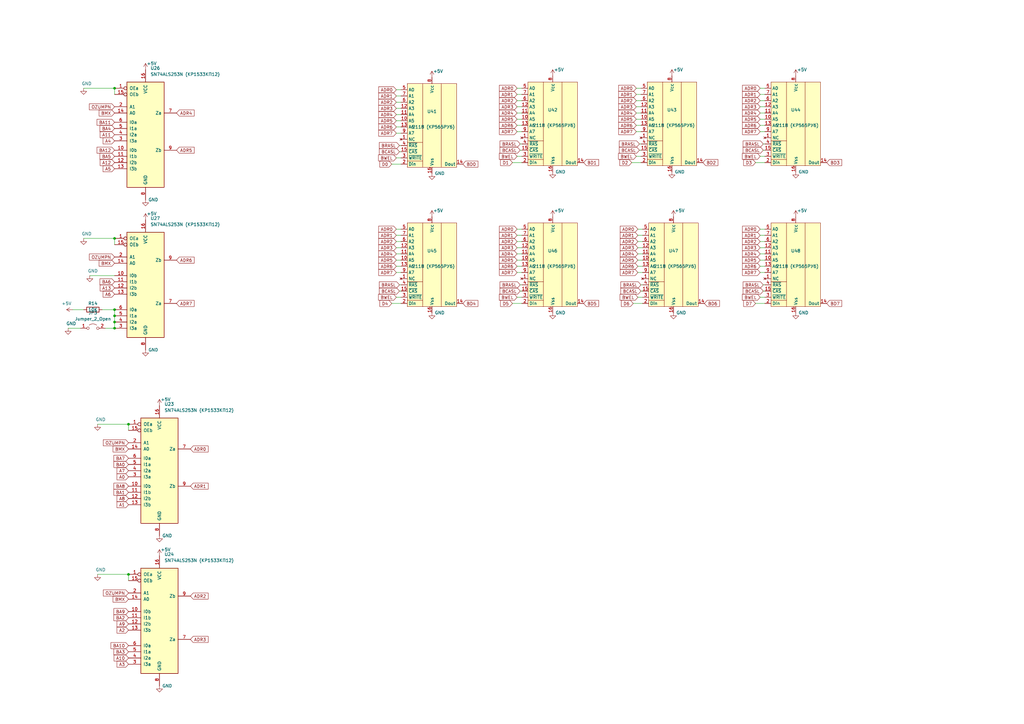
<source format=kicad_sch>
(kicad_sch (version 20211123) (generator eeschema)
  (paper "A3")
  (title_block (comment 2 "Евстафьев"))
  (lib_symbols
    (symbol "74LS253_1" (pin_names (offset 1.016))
      (property "Reference" "U26" (at 2.0194 26.035 0))
      (property "Value" "74LS253_1" (at 2.0194 23.495 0))
      (symbol "74LS253_1_1_0"
        (pin input inverted (at -12.7 17.78 0) (length 5.08) (name "OEa") (number "1"))
        (pin input line (at -12.7 -7.62 0) (length 5.08) (name "I0b") (number "10"))
        (pin input line (at -12.7 -10.16 0) (length 5.08) (name "I1b") (number "11"))
        (pin input line (at -12.7 -12.7 0) (length 5.08) (name "I2b") (number "12"))
        (pin input line (at -12.7 -15.24 0) (length 5.08) (name "I3b") (number "13"))
        (pin input line (at -12.7 7.62 0) (length 5.08) (name "A0") (number "14"))
        (pin input inverted (at -12.7 15.24 0) (length 5.08) (name "OEb") (number "15"))
        (pin power_in line (at 0 25.4 270) (length 5.08) (name "VCC") (number "16"))
        (pin input line (at -12.7 10.16 0) (length 5.08) (name "A1") (number "2"))
        (pin input line (at -12.7 -3.81 0) (length 5.08) (name "I3a") (number "3"))
        (pin input line (at -12.7 -1.27 0) (length 5.08) (name "I2a") (number "4"))
        (pin input line (at -12.7 1.27 0) (length 5.08) (name "I1a") (number "5"))
        (pin input line (at -12.7 3.81 0) (length 5.08) (name "I0a") (number "6"))
        (pin tri_state line (at 12.7 7.62 180) (length 5.08) (name "Za") (number "7"))
        (pin power_in line (at 0 -27.94 90) (length 5.08) (name "GND") (number "8"))
        (pin tri_state line (at 12.7 -7.62 180) (length 5.08) (name "Zb") (number "9"))
      )
      (symbol "74LS253_1_1_1"
        (rectangle (start -7.62 20.32) (end 7.62 -22.86) (stroke (width 0.254)) (fill (type background)))
      )
    )
    (symbol "74xx:74LS253" (pin_names (offset 1.016))
      (property "Reference" "U27" (at 2.0194 26.035 0))
      (property "Value" "SN74ALS253N (КР1533КП12)" (at 2.0194 23.495 0))
      (symbol "74LS253_1_0"
        (pin input inverted (at -12.7 17.78 0) (length 5.08) (name "OEa") (number "1"))
        (pin input line (at -12.7 2.54 0) (length 5.08) (name "I0b") (number "10"))
        (pin input line (at -12.7 0 0) (length 5.08) (name "I1b") (number "11"))
        (pin input line (at -12.7 -2.54 0) (length 5.08) (name "I2b") (number "12"))
        (pin input line (at -12.7 -5.08 0) (length 5.08) (name "I3b") (number "13"))
        (pin input line (at -12.7 7.62 0) (length 5.08) (name "A0") (number "14"))
        (pin input inverted (at -12.7 15.24 0) (length 5.08) (name "OEb") (number "15"))
        (pin power_in line (at 0 25.4 270) (length 5.08) (name "VCC") (number "16"))
        (pin input line (at -12.7 10.16 0) (length 5.08) (name "A1") (number "2"))
        (pin input line (at -12.7 -19.05 0) (length 5.08) (name "I3a") (number "3"))
        (pin input line (at -12.7 -16.51 0) (length 5.08) (name "I2a") (number "4"))
        (pin input line (at -12.7 -13.97 0) (length 5.08) (name "I1a") (number "5"))
        (pin input line (at -12.7 -11.43 0) (length 5.08) (name "I0a") (number "6"))
        (pin tri_state line (at 12.7 -8.89 180) (length 5.08) (name "Za") (number "7"))
        (pin power_in line (at 0 -27.94 90) (length 5.08) (name "GND") (number "8"))
        (pin tri_state line (at 12.7 8.89 180) (length 5.08) (name "Zb") (number "9"))
      )
      (symbol "74LS253_1_1"
        (rectangle (start -7.62 20.32) (end 7.62 -22.86) (stroke (width 0.254)) (fill (type background)))
      )
    )
    (symbol "Device:R" (pin_numbers hide) (pin_names (offset 0))
      (property "Reference" "R" (at 2.032 0 90))
      (property "Value" "R" (at 0 0 90))
      (symbol "R_0_1"
        (rectangle (start -1.016 -2.54) (end 1.016 2.54) (stroke (width 0.254)))
      )
      (symbol "R_1_1"
        (pin passive line (at 0 3.81 270) (length 1.27) (name "~") (number "1"))
        (pin passive line (at 0 -3.81 90) (length 1.27) (name "~") (number "2"))
      )
    )
    (symbol "Jumper:Jumper_2_Open" (pin_names (offset 0) hide)
      (property "Reference" "JP" (at 0 2.794 0))
      (property "Value" "Jumper_2_Open" (at 0 -2.286 0))
      (symbol "Jumper_2_Open_0_0"
        (circle (center -2.032 0) (radius 0.508))
        (circle (center 2.032 0) (radius 0.508))
      )
      (symbol "Jumper_2_Open_0_1"
        (arc (start 1.524 1.27) (mid 0 1.778) (end -1.524 1.27))
      )
      (symbol "Jumper_2_Open_1_1"
        (pin passive line (at -5.08 0 0) (length 2.54) (name "A") (number "1"))
        (pin passive line (at 5.08 0 180) (length 2.54) (name "B") (number "2"))
      )
    )
    (symbol "power:+5V" (power) (pin_names (offset 0))
      (property "Value" "+5V" (at 0 3.556 0))
      (symbol "+5V_0_1"
        (polyline (pts (xy -0.762 1.27) (xy 0 2.54)))
        (polyline (pts (xy 0 0) (xy 0 2.54)))
        (polyline (pts (xy 0 2.54) (xy 0.762 1.27)))
      )
      (symbol "+5V_1_1"
        (pin power_in line (at 0 0 90) (length 0) hide (name "+5V") (number "1"))
      )
    )
    (symbol "power:GND" (power) (pin_names (offset 0))
      (property "Value" "GND" (at 0 -3.81 0))
      (symbol "GND_0_1"
        (polyline (pts (xy 0 0) (xy 0 -1.27) (xy 1.27 -1.27) (xy 0 -2.54) (xy -1.27 -1.27) (xy 0 -1.27)))
      )
      (symbol "GND_1_1"
        (pin power_in line (at 0 0 270) (length 0) hide (name "GND") (number "1"))
      )
    )
    (symbol "w_connectors:RU6"
      (property "Reference" "U" (at 3.81 1.27 0))
      (property "Value" "RU6" (at 3.81 -6.35 0))
      (symbol "RU6_0_0"
        (pin no_connect line (at -8.89 -11.43 0) (length 2.54) (name "NC") (number "1"))
        (pin bidirectional line (at -8.89 -3.81 0) (length 2.54) (name "A5") (number "10"))
        (pin bidirectional line (at -8.89 -1.27 0) (length 2.54) (name "A4") (number "11"))
        (pin bidirectional line (at -8.89 1.27 0) (length 2.54) (name "A3") (number "12"))
        (pin bidirectional line (at -8.89 -6.35 0) (length 2.54) (name "A6") (number "13"))
        (pin bidirectional line (at 16.51 -21.59 180) (length 2.54) (name "Dout") (number "14"))
        (pin bidirectional line (at -8.89 -16.51 0) (length 2.54) (name "~{CAS}") (number "15"))
        (pin power_in line (at 3.81 -25.4 90) (length 2.54) (name "Vss") (number "16"))
        (pin bidirectional line (at -8.89 -21.59 0) (length 2.54) (name "Din") (number "2"))
        (pin bidirectional line (at -8.89 -19.05 0) (length 2.54) (name "~{WRITE}") (number "3"))
        (pin bidirectional line (at -8.89 -13.97 0) (length 2.54) (name "~{RAS}") (number "4"))
        (pin bidirectional line (at -8.89 8.89 0) (length 2.54) (name "A0") (number "5"))
        (pin bidirectional line (at -8.89 3.81 0) (length 2.54) (name "A2") (number "6"))
        (pin bidirectional line (at -8.89 6.35 0) (length 2.54) (name "A1") (number "7"))
        (pin power_in line (at 3.81 13.97 270) (length 2.54) (name "Vcc") (number "8"))
        (pin bidirectional line (at -8.89 -8.89 0) (length 2.54) (name "A7") (number "9"))
      )
      (symbol "RU6_0_1"
        (rectangle (start -6.35 11.43) (end 13.97 -22.86) (fill (type background)))
        (polyline (pts (xy -6.35 -20.32) (xy 0 -20.32)))
        (polyline (pts (xy -6.35 -12.7) (xy 0 -12.7)))
        (polyline (pts (xy 0 -22.86) (xy 0 11.43)))
        (polyline (pts (xy 7.62 -22.86) (xy 7.62 11.43)))
      )
    )
  )
  (junction (at 46.99 134.62))
  (junction (at 46.99 132.08))
  (junction (at 52.705 235.585))
  (junction (at 46.99 127))
  (junction (at 46.99 97.79))
  (junction (at 52.705 173.99))
  (junction (at 46.99 36.195))
  (junction (at 46.99 129.54))
  (wire (pts (xy 311.785 93.98) (xy 313.69 93.98)))
  (wire (pts (xy 313.055 119.38) (xy 313.69 119.38)))
  (wire (pts (xy 162.56 96.52) (xy 164.465 96.52)))
  (wire (pts (xy 212.09 93.98) (xy 213.995 93.98)))
  (wire (pts (xy 260.985 38.735) (xy 262.89 38.735)))
  (wire (pts (xy 262.255 59.055) (xy 262.89 59.055)))
  (wire (pts (xy 212.09 53.975) (xy 213.995 53.975)))
  (wire (pts (xy 311.785 38.735) (xy 313.69 38.735)))
  (wire (pts (xy 162.56 64.77) (xy 164.465 64.77)))
  (wire (pts (xy 162.56 109.22) (xy 164.465 109.22)))
  (wire (pts (xy 34.29 97.79) (xy 46.99 97.79)))
  (wire (pts (xy 212.09 101.6) (xy 213.995 101.6)))
  (wire (pts (xy 311.785 53.975) (xy 313.69 53.975)))
  (wire (pts (xy 311.785 106.68) (xy 313.69 106.68)))
  (wire (pts (xy 162.56 54.61) (xy 164.465 54.61)))
  (wire (pts (xy 260.985 51.435) (xy 262.89 51.435)))
  (wire (pts (xy 162.56 39.37) (xy 164.465 39.37)))
  (wire (pts (xy 34.29 36.195) (xy 46.99 36.195)))
  (wire (pts (xy 162.56 121.92) (xy 164.465 121.92)))
  (wire (pts (xy 313.055 59.055) (xy 313.69 59.055)))
  (wire (pts (xy 309.88 124.46) (xy 313.69 124.46)))
  (wire (pts (xy 260.985 41.275) (xy 262.89 41.275)))
  (wire (pts (xy 311.785 43.815) (xy 313.69 43.815)))
  (wire (pts (xy 311.785 36.195) (xy 313.69 36.195)))
  (wire (pts (xy 261.62 99.06) (xy 263.525 99.06)))
  (wire (pts (xy 46.99 127) (xy 46.99 129.54)))
  (wire (pts (xy 313.055 116.84) (xy 313.69 116.84)))
  (wire (pts (xy 212.09 111.76) (xy 213.995 111.76)))
  (wire (pts (xy 213.36 116.84) (xy 213.995 116.84)))
  (wire (pts (xy 311.785 48.895) (xy 313.69 48.895)))
  (wire (pts (xy 46.99 36.195) (xy 46.99 38.735)))
  (wire (pts (xy 163.83 116.84) (xy 164.465 116.84)))
  (wire (pts (xy 259.715 124.46) (xy 263.525 124.46)))
  (wire (pts (xy 46.99 132.08) (xy 46.99 134.62)))
  (wire (pts (xy 163.83 119.38) (xy 164.465 119.38)))
  (wire (pts (xy 210.185 66.675) (xy 213.995 66.675)))
  (wire (pts (xy 212.09 104.14) (xy 213.995 104.14)))
  (wire (pts (xy 162.56 49.53) (xy 164.465 49.53)))
  (wire (pts (xy 213.36 119.38) (xy 213.995 119.38)))
  (wire (pts (xy 160.655 67.31) (xy 164.465 67.31)))
  (wire (pts (xy 309.88 66.675) (xy 313.69 66.675)))
  (wire (pts (xy 29.845 127) (xy 34.29 127)))
  (wire (pts (xy 212.09 121.92) (xy 213.995 121.92)))
  (wire (pts (xy 163.83 62.23) (xy 164.465 62.23)))
  (wire (pts (xy 212.09 36.195) (xy 213.995 36.195)))
  (wire (pts (xy 46.99 129.54) (xy 46.99 132.08)))
  (wire (pts (xy 262.255 61.595) (xy 262.89 61.595)))
  (wire (pts (xy 261.62 93.98) (xy 263.525 93.98)))
  (wire (pts (xy 162.56 36.83) (xy 164.465 36.83)))
  (wire (pts (xy 212.09 96.52) (xy 213.995 96.52)))
  (wire (pts (xy 162.56 106.68) (xy 164.465 106.68)))
  (wire (pts (xy 162.56 99.06) (xy 164.465 99.06)))
  (wire (pts (xy 260.985 64.135) (xy 262.89 64.135)))
  (wire (pts (xy 212.09 64.135) (xy 213.995 64.135)))
  (wire (pts (xy 162.56 93.98) (xy 164.465 93.98)))
  (wire (pts (xy 261.62 111.76) (xy 263.525 111.76)))
  (wire (pts (xy 162.56 46.99) (xy 164.465 46.99)))
  (wire (pts (xy 259.08 66.675) (xy 262.89 66.675)))
  (wire (pts (xy 311.785 41.275) (xy 313.69 41.275)))
  (wire (pts (xy 313.055 61.595) (xy 313.69 61.595)))
  (wire (pts (xy 311.785 101.6) (xy 313.69 101.6)))
  (wire (pts (xy 43.18 134.62) (xy 46.99 134.62)))
  (wire (pts (xy 160.655 124.46) (xy 164.465 124.46)))
  (wire (pts (xy 212.09 99.06) (xy 213.995 99.06)))
  (wire (pts (xy 41.91 127) (xy 46.99 127)))
  (wire (pts (xy 162.56 111.76) (xy 164.465 111.76)))
  (wire (pts (xy 311.785 104.14) (xy 313.69 104.14)))
  (wire (pts (xy 260.985 36.195) (xy 262.89 36.195)))
  (wire (pts (xy 262.89 116.84) (xy 263.525 116.84)))
  (wire (pts (xy 52.705 235.585) (xy 52.705 238.125)))
  (wire (pts (xy 260.985 43.815) (xy 262.89 43.815)))
  (wire (pts (xy 212.09 38.735) (xy 213.995 38.735)))
  (wire (pts (xy 213.36 59.055) (xy 213.995 59.055)))
  (wire (pts (xy 162.56 41.91) (xy 164.465 41.91)))
  (wire (pts (xy 311.785 51.435) (xy 313.69 51.435)))
  (wire (pts (xy 261.62 106.68) (xy 263.525 106.68)))
  (wire (pts (xy 311.785 64.135) (xy 313.69 64.135)))
  (wire (pts (xy 213.36 61.595) (xy 213.995 61.595)))
  (wire (pts (xy 260.985 46.355) (xy 262.89 46.355)))
  (wire (pts (xy 260.985 53.975) (xy 262.89 53.975)))
  (wire (pts (xy 311.785 109.22) (xy 313.69 109.22)))
  (wire (pts (xy 40.005 235.585) (xy 52.705 235.585)))
  (wire (pts (xy 162.56 104.14) (xy 164.465 104.14)))
  (wire (pts (xy 27.94 134.62) (xy 33.02 134.62)))
  (wire (pts (xy 212.09 106.68) (xy 213.995 106.68)))
  (wire (pts (xy 311.785 46.355) (xy 313.69 46.355)))
  (wire (pts (xy 40.005 173.99) (xy 52.705 173.99)))
  (wire (pts (xy 162.56 44.45) (xy 164.465 44.45)))
  (wire (pts (xy 260.985 48.895) (xy 262.89 48.895)))
  (wire (pts (xy 311.785 121.92) (xy 313.69 121.92)))
  (wire (pts (xy 212.09 51.435) (xy 213.995 51.435)))
  (wire (pts (xy 212.09 109.22) (xy 213.995 109.22)))
  (wire (pts (xy 36.83 113.03) (xy 46.99 113.03)))
  (wire (pts (xy 162.56 101.6) (xy 164.465 101.6)))
  (wire (pts (xy 212.09 46.355) (xy 213.995 46.355)))
  (wire (pts (xy 212.09 48.895) (xy 213.995 48.895)))
  (wire (pts (xy 311.785 111.76) (xy 313.69 111.76)))
  (wire (pts (xy 261.62 101.6) (xy 263.525 101.6)))
  (wire (pts (xy 311.785 99.06) (xy 313.69 99.06)))
  (wire (pts (xy 261.62 109.22) (xy 263.525 109.22)))
  (wire (pts (xy 261.62 104.14) (xy 263.525 104.14)))
  (wire (pts (xy 46.99 97.79) (xy 46.99 100.33)))
  (wire (pts (xy 261.62 121.92) (xy 263.525 121.92)))
  (wire (pts (xy 262.89 119.38) (xy 263.525 119.38)))
  (wire (pts (xy 162.56 52.07) (xy 164.465 52.07)))
  (wire (pts (xy 212.09 43.815) (xy 213.995 43.815)))
  (wire (pts (xy 163.83 59.69) (xy 164.465 59.69)))
  (wire (pts (xy 212.09 41.275) (xy 213.995 41.275)))
  (wire (pts (xy 210.185 124.46) (xy 213.995 124.46)))
  (wire (pts (xy 261.62 96.52) (xy 263.525 96.52)))
  (wire (pts (xy 311.785 96.52) (xy 313.69 96.52)))
  (wire (pts (xy 52.705 173.99) (xy 52.705 176.53)))
  (global_label "ADR3" (shape input) (at 311.785 43.815 180) (property "Intersheet References" "${INTERSHEET_REFS}" (effects hide)))
  (global_label "OZUMPN" (shape input) (at 46.99 105.41 180) (property "Intersheet References" "${INTERSHEET_REFS}" (effects hide)))
  (global_label "BA10" (shape input) (at 52.705 264.795 180) (property "Intersheet References" "${INTERSHEET_REFS}" (effects hide)))
  (global_label "D4" (shape input) (at 160.655 124.46 180) (property "Intersheet References" "${INTERSHEET_REFS}" (effects hide)))
  (global_label "ADR3" (shape input) (at 212.09 43.815 180) (property "Intersheet References" "${INTERSHEET_REFS}" (effects hide)))
  (global_label "BCASL" (shape input) (at 213.36 61.595 180) (property "Intersheet References" "${INTERSHEET_REFS}" (effects hide)))
  (global_label "ADR5" (shape input) (at 311.785 48.895 180) (property "Intersheet References" "${INTERSHEET_REFS}" (effects hide)))
  (global_label "ADR0" (shape input) (at 212.09 93.98 180) (property "Intersheet References" "${INTERSHEET_REFS}" (effects hide)))
  (global_label "ADR3" (shape input) (at 162.56 101.6 180) (property "Intersheet References" "${INTERSHEET_REFS}" (effects hide)))
  (global_label "ADR5" (shape input) (at 162.56 106.68 180) (property "Intersheet References" "${INTERSHEET_REFS}" (effects hide)))
  (global_label "A11" (shape input) (at 46.99 55.245 180) (property "Intersheet References" "${INTERSHEET_REFS}" (effects hide)))
  (global_label "BWEL" (shape input) (at 162.56 64.77 180) (property "Intersheet References" "${INTERSHEET_REFS}" (effects hide)))
  (global_label "D0" (shape input) (at 160.655 67.31 180) (property "Intersheet References" "${INTERSHEET_REFS}" (effects hide)))
  (global_label "ADR6" (shape input) (at 72.39 106.68 0) (property "Intersheet References" "${INTERSHEET_REFS}" (effects hide)))
  (global_label "BWEL" (shape input) (at 311.785 121.92 180) (property "Intersheet References" "${INTERSHEET_REFS}" (effects hide)))
  (global_label "BA3" (shape input) (at 52.705 267.335 180) (property "Intersheet References" "${INTERSHEET_REFS}" (effects hide)))
  (global_label "ADR2" (shape input) (at 162.56 99.06 180) (property "Intersheet References" "${INTERSHEET_REFS}" (effects hide)))
  (global_label "D2" (shape input) (at 259.08 66.675 180) (property "Intersheet References" "${INTERSHEET_REFS}" (effects hide)))
  (global_label "ADR1" (shape input) (at 212.09 38.735 180) (property "Intersheet References" "${INTERSHEET_REFS}" (effects hide)))
  (global_label "ADR7" (shape input) (at 311.785 53.975 180) (property "Intersheet References" "${INTERSHEET_REFS}" (effects hide)))
  (global_label "BD6" (shape input) (at 288.925 124.46 0) (property "Intersheet References" "${INTERSHEET_REFS}" (effects hide)))
  (global_label "BMX" (shape input) (at 52.705 184.15 180) (property "Intersheet References" "${INTERSHEET_REFS}" (effects hide)))
  (global_label "BA1" (shape input) (at 52.705 201.93 180) (property "Intersheet References" "${INTERSHEET_REFS}" (effects hide)))
  (global_label "BCASL" (shape input) (at 262.89 119.38 180) (property "Intersheet References" "${INTERSHEET_REFS}" (effects hide)))
  (global_label "A7" (shape input) (at 52.705 193.04 180) (property "Intersheet References" "${INTERSHEET_REFS}" (effects hide)))
  (global_label "ADR4" (shape input) (at 162.56 46.99 180) (property "Intersheet References" "${INTERSHEET_REFS}" (effects hide)))
  (global_label "ADR3" (shape input) (at 311.785 101.6 180) (property "Intersheet References" "${INTERSHEET_REFS}" (effects hide)))
  (global_label "BA11" (shape input) (at 46.99 50.165 180) (property "Intersheet References" "${INTERSHEET_REFS}" (effects hide)))
  (global_label "ADR2" (shape input) (at 212.09 99.06 180) (property "Intersheet References" "${INTERSHEET_REFS}" (effects hide)))
  (global_label "ADR7" (shape input) (at 212.09 53.975 180) (property "Intersheet References" "${INTERSHEET_REFS}" (effects hide)))
  (global_label "ADR6" (shape input) (at 311.785 109.22 180) (property "Intersheet References" "${INTERSHEET_REFS}" (effects hide)))
  (global_label "BRASL" (shape input) (at 163.83 59.69 180) (property "Intersheet References" "${INTERSHEET_REFS}" (effects hide)))
  (global_label "ADR2" (shape input) (at 162.56 41.91 180) (property "Intersheet References" "${INTERSHEET_REFS}" (effects hide)))
  (global_label "ADR2" (shape input) (at 311.785 99.06 180) (property "Intersheet References" "${INTERSHEET_REFS}" (effects hide)))
  (global_label "BCASL" (shape input) (at 163.83 119.38 180) (property "Intersheet References" "${INTERSHEET_REFS}" (effects hide)))
  (global_label "ADR3" (shape input) (at 212.09 101.6 180) (property "Intersheet References" "${INTERSHEET_REFS}" (effects hide)))
  (global_label "BA8" (shape input) (at 52.705 199.39 180) (property "Intersheet References" "${INTERSHEET_REFS}" (effects hide)))
  (global_label "ADR4" (shape input) (at 72.39 46.355 0) (property "Intersheet References" "${INTERSHEET_REFS}" (effects hide)))
  (global_label "BMX" (shape input) (at 46.99 107.95 180) (property "Intersheet References" "${INTERSHEET_REFS}" (effects hide)))
  (global_label "D6" (shape input) (at 259.715 124.46 180) (property "Intersheet References" "${INTERSHEET_REFS}" (effects hide)))
  (global_label "BMX" (shape input) (at 52.705 245.745 180) (property "Intersheet References" "${INTERSHEET_REFS}" (effects hide)))
  (global_label "ADR4" (shape input) (at 311.785 104.14 180) (property "Intersheet References" "${INTERSHEET_REFS}" (effects hide)))
  (global_label "BD5" (shape input) (at 239.395 124.46 0) (property "Intersheet References" "${INTERSHEET_REFS}" (effects hide)))
  (global_label "BCASL" (shape input) (at 262.255 61.595 180) (property "Intersheet References" "${INTERSHEET_REFS}" (effects hide)))
  (global_label "A4" (shape input) (at 46.99 57.785 180) (property "Intersheet References" "${INTERSHEET_REFS}" (effects hide)))
  (global_label "BMX" (shape input) (at 46.99 46.355 180) (property "Intersheet References" "${INTERSHEET_REFS}" (effects hide)))
  (global_label "ADR1" (shape input) (at 311.785 96.52 180) (property "Intersheet References" "${INTERSHEET_REFS}" (effects hide)))
  (global_label "ADR4" (shape input) (at 260.985 46.355 180) (property "Intersheet References" "${INTERSHEET_REFS}" (effects hide)))
  (global_label "BD7" (shape input) (at 339.09 124.46 0) (property "Intersheet References" "${INTERSHEET_REFS}" (effects hide)))
  (global_label "BD1" (shape input) (at 239.395 66.675 0) (property "Intersheet References" "${INTERSHEET_REFS}" (effects hide)))
  (global_label "ADR7" (shape input) (at 162.56 54.61 180) (property "Intersheet References" "${INTERSHEET_REFS}" (effects hide)))
  (global_label "ADR2" (shape input) (at 78.105 244.475 0) (property "Intersheet References" "${INTERSHEET_REFS}" (effects hide)))
  (global_label "A6" (shape input) (at 46.99 120.65 180) (property "Intersheet References" "${INTERSHEET_REFS}" (effects hide)))
  (global_label "ADR6" (shape input) (at 260.985 51.435 180) (property "Intersheet References" "${INTERSHEET_REFS}" (effects hide)))
  (global_label "ADR7" (shape input) (at 72.39 124.46 0) (property "Intersheet References" "${INTERSHEET_REFS}" (effects hide)))
  (global_label "BRASL" (shape input) (at 213.36 59.055 180) (property "Intersheet References" "${INTERSHEET_REFS}" (effects hide)))
  (global_label "D5" (shape input) (at 210.185 124.46 180) (property "Intersheet References" "${INTERSHEET_REFS}" (effects hide)))
  (global_label "ADR1" (shape input) (at 212.09 96.52 180) (property "Intersheet References" "${INTERSHEET_REFS}" (effects hide)))
  (global_label "BA6" (shape input) (at 46.99 115.57 180) (property "Intersheet References" "${INTERSHEET_REFS}" (effects hide)))
  (global_label "D3" (shape input) (at 309.88 66.675 180) (property "Intersheet References" "${INTERSHEET_REFS}" (effects hide)))
  (global_label "BD3" (shape input) (at 339.09 66.675 0) (property "Intersheet References" "${INTERSHEET_REFS}" (effects hide)))
  (global_label "ADR0" (shape input) (at 311.785 36.195 180) (property "Intersheet References" "${INTERSHEET_REFS}" (effects hide)))
  (global_label "ADR1" (shape input) (at 261.62 96.52 180) (property "Intersheet References" "${INTERSHEET_REFS}" (effects hide)))
  (global_label "OZUMPN" (shape input) (at 52.705 181.61 180) (property "Intersheet References" "${INTERSHEET_REFS}" (effects hide)))
  (global_label "ADR7" (shape input) (at 162.56 111.76 180) (property "Intersheet References" "${INTERSHEET_REFS}" (effects hide)))
  (global_label "BRASL" (shape input) (at 163.83 116.84 180) (property "Intersheet References" "${INTERSHEET_REFS}" (effects hide)))
  (global_label "ADR0" (shape input) (at 162.56 36.83 180) (property "Intersheet References" "${INTERSHEET_REFS}" (effects hide)))
  (global_label "BWEL" (shape input) (at 311.785 64.135 180) (property "Intersheet References" "${INTERSHEET_REFS}" (effects hide)))
  (global_label "ADR3" (shape input) (at 261.62 101.6 180) (property "Intersheet References" "${INTERSHEET_REFS}" (effects hide)))
  (global_label "ADR2" (shape input) (at 261.62 99.06 180) (property "Intersheet References" "${INTERSHEET_REFS}" (effects hide)))
  (global_label "D7" (shape input) (at 309.88 124.46 180) (property "Intersheet References" "${INTERSHEET_REFS}" (effects hide)))
  (global_label "A12" (shape input) (at 46.99 66.675 180) (property "Intersheet References" "${INTERSHEET_REFS}" (effects hide)))
  (global_label "BWEL" (shape input) (at 162.56 121.92 180) (property "Intersheet References" "${INTERSHEET_REFS}" (effects hide)))
  (global_label "BCASL" (shape input) (at 163.83 62.23 180) (property "Intersheet References" "${INTERSHEET_REFS}" (effects hide)))
  (global_label "BRASL" (shape input) (at 262.255 59.055 180) (property "Intersheet References" "${INTERSHEET_REFS}" (effects hide)))
  (global_label "ADR0" (shape input) (at 260.985 36.195 180) (property "Intersheet References" "${INTERSHEET_REFS}" (effects hide)))
  (global_label "ADR5" (shape input) (at 212.09 106.68 180) (property "Intersheet References" "${INTERSHEET_REFS}" (effects hide)))
  (global_label "BWEL" (shape input) (at 212.09 121.92 180) (property "Intersheet References" "${INTERSHEET_REFS}" (effects hide)))
  (global_label "ADR7" (shape input) (at 212.09 111.76 180) (property "Intersheet References" "${INTERSHEET_REFS}" (effects hide)))
  (global_label "ADR7" (shape input) (at 261.62 111.76 180) (property "Intersheet References" "${INTERSHEET_REFS}" (effects hide)))
  (global_label "ADR6" (shape input) (at 212.09 109.22 180) (property "Intersheet References" "${INTERSHEET_REFS}" (effects hide)))
  (global_label "ADR0" (shape input) (at 162.56 93.98 180) (property "Intersheet References" "${INTERSHEET_REFS}" (effects hide)))
  (global_label "ADR6" (shape input) (at 311.785 51.435 180) (property "Intersheet References" "${INTERSHEET_REFS}" (effects hide)))
  (global_label "A8" (shape input) (at 52.705 204.47 180) (property "Intersheet References" "${INTERSHEET_REFS}" (effects hide)))
  (global_label "BA5" (shape input) (at 46.99 64.135 180) (property "Intersheet References" "${INTERSHEET_REFS}" (effects hide)))
  (global_label "BA2" (shape input) (at 52.705 253.365 180) (property "Intersheet References" "${INTERSHEET_REFS}" (effects hide)))
  (global_label "ADR6" (shape input) (at 212.09 51.435 180) (property "Intersheet References" "${INTERSHEET_REFS}" (effects hide)))
  (global_label "ADR3" (shape input) (at 162.56 44.45 180) (property "Intersheet References" "${INTERSHEET_REFS}" (effects hide)))
  (global_label "ADR5" (shape input) (at 311.785 106.68 180) (property "Intersheet References" "${INTERSHEET_REFS}" (effects hide)))
  (global_label "BCASL" (shape input) (at 213.36 119.38 180) (property "Intersheet References" "${INTERSHEET_REFS}" (effects hide)))
  (global_label "BWEL" (shape input) (at 261.62 121.92 180) (property "Intersheet References" "${INTERSHEET_REFS}" (effects hide)))
  (global_label "BD2" (shape input) (at 288.29 66.675 0) (property "Intersheet References" "${INTERSHEET_REFS}" (effects hide)))
  (global_label "A0" (shape input) (at 52.705 195.58 180) (property "Intersheet References" "${INTERSHEET_REFS}" (effects hide)))
  (global_label "ADR1" (shape input) (at 311.785 38.735 180) (property "Intersheet References" "${INTERSHEET_REFS}" (effects hide)))
  (global_label "ADR1" (shape input) (at 260.985 38.735 180) (property "Intersheet References" "${INTERSHEET_REFS}" (effects hide)))
  (global_label "ADR1" (shape input) (at 78.105 199.39 0) (property "Intersheet References" "${INTERSHEET_REFS}" (effects hide)))
  (global_label "ADR5" (shape input) (at 72.39 61.595 0) (property "Intersheet References" "${INTERSHEET_REFS}" (effects hide)))
  (global_label "BA7" (shape input) (at 52.705 187.96 180) (property "Intersheet References" "${INTERSHEET_REFS}" (effects hide)))
  (global_label "ADR0" (shape input) (at 212.09 36.195 180) (property "Intersheet References" "${INTERSHEET_REFS}" (effects hide)))
  (global_label "ADR3" (shape input) (at 260.985 43.815 180) (property "Intersheet References" "${INTERSHEET_REFS}" (effects hide)))
  (global_label "BRASL" (shape input) (at 313.055 116.84 180) (property "Intersheet References" "${INTERSHEET_REFS}" (effects hide)))
  (global_label "BA4" (shape input) (at 46.99 52.705 180) (property "Intersheet References" "${INTERSHEET_REFS}" (effects hide)))
  (global_label "ADR1" (shape input) (at 162.56 39.37 180) (property "Intersheet References" "${INTERSHEET_REFS}" (effects hide)))
  (global_label "ADR1" (shape input) (at 162.56 96.52 180) (property "Intersheet References" "${INTERSHEET_REFS}" (effects hide)))
  (global_label "ADR4" (shape input) (at 212.09 46.355 180) (property "Intersheet References" "${INTERSHEET_REFS}" (effects hide)))
  (global_label "ADR0" (shape input) (at 311.785 93.98 180) (property "Intersheet References" "${INTERSHEET_REFS}" (effects hide)))
  (global_label "ADR3" (shape input) (at 78.105 262.255 0) (property "Intersheet References" "${INTERSHEET_REFS}" (effects hide)))
  (global_label "ADR5" (shape input) (at 212.09 48.895 180) (property "Intersheet References" "${INTERSHEET_REFS}" (effects hide)))
  (global_label "A5" (shape input) (at 46.99 69.215 180) (property "Intersheet References" "${INTERSHEET_REFS}" (effects hide)))
  (global_label "A10" (shape input) (at 52.705 269.875 180) (property "Intersheet References" "${INTERSHEET_REFS}" (effects hide)))
  (global_label "BWEL" (shape input) (at 260.985 64.135 180) (property "Intersheet References" "${INTERSHEET_REFS}" (effects hide)))
  (global_label "A9" (shape input) (at 52.705 255.905 180) (property "Intersheet References" "${INTERSHEET_REFS}" (effects hide)))
  (global_label "BCASL" (shape input) (at 313.055 119.38 180) (property "Intersheet References" "${INTERSHEET_REFS}" (effects hide)))
  (global_label "ADR2" (shape input) (at 212.09 41.275 180) (property "Intersheet References" "${INTERSHEET_REFS}" (effects hide)))
  (global_label "ADR0" (shape input) (at 261.62 93.98 180) (property "Intersheet References" "${INTERSHEET_REFS}" (effects hide)))
  (global_label "ADR5" (shape input) (at 261.62 106.68 180) (property "Intersheet References" "${INTERSHEET_REFS}" (effects hide)))
  (global_label "BCASL" (shape input) (at 313.055 61.595 180) (property "Intersheet References" "${INTERSHEET_REFS}" (effects hide)))
  (global_label "ADR7" (shape input) (at 260.985 53.975 180) (property "Intersheet References" "${INTERSHEET_REFS}" (effects hide)))
  (global_label "BD0" (shape input) (at 189.865 67.31 0) (property "Intersheet References" "${INTERSHEET_REFS}" (effects hide)))
  (global_label "A1" (shape input) (at 52.705 207.01 180) (property "Intersheet References" "${INTERSHEET_REFS}" (effects hide)))
  (global_label "OZUMPN" (shape input) (at 52.705 243.205 180) (property "Intersheet References" "${INTERSHEET_REFS}" (effects hide)))
  (global_label "ADR6" (shape input) (at 162.56 109.22 180) (property "Intersheet References" "${INTERSHEET_REFS}" (effects hide)))
  (global_label "ADR7" (shape input) (at 311.785 111.76 180) (property "Intersheet References" "${INTERSHEET_REFS}" (effects hide)))
  (global_label "ADR0" (shape input) (at 78.105 184.15 0) (property "Intersheet References" "${INTERSHEET_REFS}" (effects hide)))
  (global_label "BRASL" (shape input) (at 313.055 59.055 180) (property "Intersheet References" "${INTERSHEET_REFS}" (effects hide)))
  (global_label "A2" (shape input) (at 52.705 258.445 180) (property "Intersheet References" "${INTERSHEET_REFS}" (effects hide)))
  (global_label "A3" (shape input) (at 52.705 272.415 180) (property "Intersheet References" "${INTERSHEET_REFS}" (effects hide)))
  (global_label "BWEL" (shape input) (at 212.09 64.135 180) (property "Intersheet References" "${INTERSHEET_REFS}" (effects hide)))
  (global_label "BRASL" (shape input) (at 213.36 116.84 180) (property "Intersheet References" "${INTERSHEET_REFS}" (effects hide)))
  (global_label "BD4" (shape input) (at 189.865 124.46 0) (property "Intersheet References" "${INTERSHEET_REFS}" (effects hide)))
  (global_label "ADR2" (shape input) (at 311.785 41.275 180) (property "Intersheet References" "${INTERSHEET_REFS}" (effects hide)))
  (global_label "OZUMPN" (shape input) (at 46.99 43.815 180) (property "Intersheet References" "${INTERSHEET_REFS}" (effects hide)))
  (global_label "ADR5" (shape input) (at 260.985 48.895 180) (property "Intersheet References" "${INTERSHEET_REFS}" (effects hide)))
  (global_label "ADR6" (shape input) (at 162.56 52.07 180) (property "Intersheet References" "${INTERSHEET_REFS}" (effects hide)))
  (global_label "ADR4" (shape input) (at 162.56 104.14 180) (property "Intersheet References" "${INTERSHEET_REFS}" (effects hide)))
  (global_label "BA0" (shape input) (at 52.705 190.5 180) (property "Intersheet References" "${INTERSHEET_REFS}" (effects hide)))
  (global_label "ADR4" (shape input) (at 261.62 104.14 180) (property "Intersheet References" "${INTERSHEET_REFS}" (effects hide)))
  (global_label "ADR2" (shape input) (at 260.985 41.275 180) (property "Intersheet References" "${INTERSHEET_REFS}" (effects hide)))
  (global_label "ADR5" (shape input) (at 162.56 49.53 180) (property "Intersheet References" "${INTERSHEET_REFS}" (effects hide)))
  (global_label "ADR4" (shape input) (at 311.785 46.355 180) (property "Intersheet References" "${INTERSHEET_REFS}" (effects hide)))
  (global_label "ADR4" (shape input) (at 212.09 104.14 180) (property "Intersheet References" "${INTERSHEET_REFS}" (effects hide)))
  (global_label "D1" (shape input) (at 210.185 66.675 180) (property "Intersheet References" "${INTERSHEET_REFS}" (effects hide)))
  (global_label "BA12" (shape input) (at 46.99 61.595 180) (property "Intersheet References" "${INTERSHEET_REFS}" (effects hide)))
  (global_label "BRASL" (shape input) (at 262.89 116.84 180) (property "Intersheet References" "${INTERSHEET_REFS}" (effects hide)))
  (global_label "A13" (shape input) (at 46.99 118.11 180) (property "Intersheet References" "${INTERSHEET_REFS}" (effects hide)))
  (global_label "ADR6" (shape input) (at 261.62 109.22 180) (property "Intersheet References" "${INTERSHEET_REFS}" (effects hide)))
  (global_label "BA9" (shape input) (at 52.705 250.825 180) (property "Intersheet References" "${INTERSHEET_REFS}" (effects hide)))
  (symbol (lib_id "w_connectors:RU6") (at 322.58 102.87 0) (unit 1)
    (property "Reference" "U48" (at 326.39 102.87 0))
    (property "Value" "2118 (КР565РУ6)" (at 327.025 109.22 0))
    (property "Footprint" "Package_DIP:DIP-16_W7.62mm_Socket_LongPads" (effects hide))
  )
  (symbol (lib_id "power:GND") (at 27.94 134.62 0) (unit 1)
    (property "Reference" "#PWR0153" (effects hide))
    (property "Value" "GND" (at 29.21 132.715 0))
  )
  (symbol (lib_id "power:GND") (at 177.165 128.27 0) (unit 1)
    (property "Reference" "#PWR0168" (effects hide))
    (property "Value" "GND" (at 180.34 128.27 0))
  )
  (symbol (lib_id "power:GND") (at 326.39 70.485 0) (unit 1)
    (property "Reference" "#PWR0145" (effects hide))
    (property "Value" "GND" (at 329.565 70.485 0))
  )
  (symbol (lib_id "w_connectors:RU6") (at 222.885 45.085 0) (unit 1)
    (property "Reference" "U42" (at 226.695 45.085 0))
    (property "Value" "2118 (КР565РУ6)" (at 227.33 51.435 0))
    (property "Footprint" "Package_DIP:DIP-16_W7.62mm_Socket_LongPads" (effects hide))
  )
  (symbol (lib_id "power:+5V") (at 65.405 227.965 0) (unit 1)
    (property "Reference" "#PWR0164" (effects hide))
    (property "Value" "+5V" (at 67.945 225.425 0))
  )
  (symbol (lib_id "w_connectors:RU6") (at 322.58 45.085 0) (unit 1)
    (property "Reference" "U44" (at 326.39 45.085 0))
    (property "Value" "2118 (КР565РУ6)" (at 327.025 51.435 0))
    (property "Footprint" "Package_DIP:DIP-16_W7.62mm_Socket_LongPads" (effects hide))
  )
  (symbol (lib_id "power:GND") (at 59.69 143.51 0) (unit 1)
    (property "Reference" "#PWR0159" (effects hide))
    (property "Value" "GND" (at 62.865 143.51 0))
  )
  (symbol (lib_id "74xx:74LS253") (at 65.405 253.365 0) (unit 1)
    (property "Reference" "U24" (at 67.4244 227.33 0) (effects (justify left)))
    (property "Value" "SN74ALS253N (КР1533КП12)" (at 67.4244 229.87 0) (effects (justify left)))
    (property "Footprint" "Package_DIP:DIP-16_W7.62mm_Socket_LongPads" (effects hide))
    (property "Datasheet" "http://www.ti.com/lit/gpn/sn74LS253" (effects hide))
  )
  (symbol (lib_id "w_connectors:RU6") (at 173.355 102.87 0) (unit 1)
    (property "Reference" "U45" (at 177.165 102.87 0))
    (property "Value" "2118 (КР565РУ6)" (at 177.8 109.22 0))
    (property "Footprint" "Package_DIP:DIP-16_W7.62mm_Socket_LongPads" (effects hide))
  )
  (symbol (lib_id "w_connectors:RU6") (at 272.415 102.87 0) (unit 1)
    (property "Reference" "U47" (at 276.225 102.87 0))
    (property "Value" "2118 (КР565РУ6)" (at 276.86 109.22 0))
    (property "Footprint" "Package_DIP:DIP-16_W7.62mm_Socket_LongPads" (effects hide))
  )
  (symbol (lib_id "power:GND") (at 226.695 128.27 0) (unit 1)
    (property "Reference" "#PWR0104" (effects hide))
    (property "Value" "GND" (at 229.87 128.27 0))
  )
  (symbol (lib_id "power:+5V") (at 276.225 88.9 0) (unit 1)
    (property "Reference" "#PWR0150" (effects hide))
    (property "Value" "+5V" (at 278.765 86.36 0))
  )
  (symbol (lib_id "power:GND") (at 276.225 128.27 0) (unit 1)
    (property "Reference" "#PWR0149" (effects hide))
    (property "Value" "GND" (at 279.4 128.27 0))
  )
  (symbol (lib_id "power:GND") (at 36.83 113.03 0) (unit 1)
    (property "Reference" "#PWR0151" (effects hide))
    (property "Value" "GND" (at 38.1 111.125 0))
  )
  (symbol (lib_id "power:+5V") (at 275.59 31.115 0) (unit 1)
    (property "Reference" "#PWR0102" (effects hide))
    (property "Value" "+5V" (at 278.13 28.575 0))
  )
  (symbol (lib_id "power:+5V") (at 326.39 88.9 0) (unit 1)
    (property "Reference" "#PWR0148" (effects hide))
    (property "Value" "+5V" (at 328.93 86.36 0))
  )
  (symbol (lib_id "power:GND") (at 59.69 81.915 0) (unit 1)
    (property "Reference" "#PWR0156" (effects hide))
    (property "Value" "GND" (at 62.865 81.915 0))
  )
  (symbol (lib_id "power:+5V") (at 226.695 31.115 0) (unit 1)
    (property "Reference" "#PWR0140" (effects hide))
    (property "Value" "+5V" (at 229.235 28.575 0))
  )
  (symbol (lib_id "power:+5V") (at 59.69 28.575 0) (unit 1)
    (property "Reference" "#PWR0158" (effects hide))
    (property "Value" "+5V" (at 62.23 26.035 0))
  )
  (symbol (lib_id "power:+5V") (at 29.845 127 90) (unit 1)
    (property "Reference" "#PWR0154" (effects hide))
    (property "Value" "+5V" (at 27.305 124.46 90))
  )
  (symbol (lib_name "74LS253_1") (lib_id "74xx:74LS253") (at 59.69 53.975 0) (unit 1)
    (property "Reference" "U26" (at 61.7094 27.94 0) (effects (justify left)))
    (property "Value" "SN74ALS253N (КР1533КП12)" (at 61.7094 30.48 0) (effects (justify left)))
    (property "Footprint" "Package_DIP:DIP-16_W7.62mm_Socket_LongPads" (effects hide))
    (property "Datasheet" "http://www.ti.com/lit/gpn/sn74LS253" (effects hide))
  )
  (symbol (lib_id "power:GND") (at 326.39 128.27 0) (unit 1)
    (property "Reference" "#PWR0146" (effects hide))
    (property "Value" "GND" (at 329.565 128.27 0))
  )
  (symbol (lib_id "power:GND") (at 65.405 219.71 0) (unit 1)
    (property "Reference" "#PWR0165" (effects hide))
    (property "Value" "GND" (at 68.58 219.71 0))
  )
  (symbol (lib_id "power:GND") (at 40.005 235.585 0) (unit 1)
    (property "Reference" "#PWR0162" (effects hide))
    (property "Value" "GND" (at 41.275 233.68 0))
  )
  (symbol (lib_id "power:+5V") (at 177.165 88.9 0) (unit 1)
    (property "Reference" "#PWR0169" (effects hide))
    (property "Value" "+5V" (at 179.705 86.36 0))
  )
  (symbol (lib_id "power:GND") (at 34.29 97.79 0) (unit 1)
    (property "Reference" "#PWR0152" (effects hide))
    (property "Value" "GND" (at 35.56 95.885 0))
  )
  (symbol (lib_name "74LS253_1") (lib_id "74xx:74LS253") (at 65.405 191.77 0) (unit 1)
    (property "Reference" "U23" (at 67.4244 165.735 0) (effects (justify left)))
    (property "Value" "SN74ALS253N (КР1533КП12)" (at 67.4244 168.275 0) (effects (justify left)))
    (property "Footprint" "Package_DIP:DIP-16_W7.62mm_Socket_LongPads" (effects hide))
    (property "Datasheet" "http://www.ti.com/lit/gpn/sn74LS253" (effects hide))
  )
  (symbol (lib_id "w_connectors:RU6") (at 173.355 45.72 0) (unit 1)
    (property "Reference" "U41" (at 177.165 45.72 0))
    (property "Value" "2118 (КР565РУ6)" (at 177.8 52.07 0))
    (property "Footprint" "Package_DIP:DIP-16_W7.62mm_Socket_LongPads" (effects hide))
  )
  (symbol (lib_id "power:GND") (at 226.695 70.485 0) (unit 1)
    (property "Reference" "#PWR0139" (effects hide))
    (property "Value" "GND" (at 229.87 70.485 0))
  )
  (symbol (lib_id "power:+5V") (at 226.695 88.9 0) (unit 1)
    (property "Reference" "#PWR0103" (effects hide))
    (property "Value" "+5V" (at 229.235 86.36 0))
  )
  (symbol (lib_id "Jumper:Jumper_2_Open") (at 38.1 134.62 0) (unit 1)
    (property "Reference" "JP3" (at 38.1 128.27 0))
    (property "Value" "Jumper_2_Open" (at 38.1 130.81 0))
    (property "Footprint" "Connector_PinHeader_2.54mm:PinHeader_1x02_P2.54mm_Vertical" (effects hide))
  )
  (symbol (lib_id "power:+5V") (at 326.39 31.115 0) (unit 1)
    (property "Reference" "#PWR0101" (effects hide))
    (property "Value" "+5V" (at 328.93 28.575 0))
  )
  (symbol (lib_id "power:+5V") (at 177.165 31.75 0) (unit 1)
    (property "Reference" "#PWR0166" (effects hide))
    (property "Value" "+5V" (at 179.705 29.21 0))
  )
  (symbol (lib_id "power:GND") (at 40.005 173.99 0) (unit 1)
    (property "Reference" "#PWR0160" (effects hide))
    (property "Value" "GND" (at 41.275 172.085 0))
  )
  (symbol (lib_id "power:GND") (at 65.405 281.305 0) (unit 1)
    (property "Reference" "#PWR0163" (effects hide))
    (property "Value" "GND" (at 68.58 281.305 0))
  )
  (symbol (lib_id "power:GND") (at 177.165 71.12 0) (unit 1)
    (property "Reference" "#PWR0167" (effects hide))
    (property "Value" "GND" (at 180.34 71.12 0))
  )
  (symbol (lib_id "Device:R") (at 38.1 127 90) (unit 1)
    (property "Reference" "R14" (at 38.1 124.46 90))
    (property "Value" "10K" (at 38.1 127 90))
  )
  (symbol (lib_id "power:GND") (at 34.29 36.195 0) (unit 1)
    (property "Reference" "#PWR0155" (effects hide))
    (property "Value" "GND" (at 35.56 34.29 0))
  )
  (symbol (lib_id "w_connectors:RU6") (at 222.885 102.87 0) (unit 1)
    (property "Reference" "U46" (at 226.695 102.87 0))
    (property "Value" "2118 (КР565РУ6)" (at 227.33 109.22 0))
    (property "Footprint" "Package_DIP:DIP-16_W7.62mm_Socket_LongPads" (effects hide))
  )
  (symbol (lib_id "74xx:74LS253") (at 59.69 115.57 0) (unit 1)
    (property "Reference" "U27" (at 61.7094 89.535 0) (effects (justify left)))
    (property "Value" "SN74ALS253N (КР1533КП12)" (at 61.7094 92.075 0) (effects (justify left)))
    (property "Footprint" "Package_DIP:DIP-16_W7.62mm_Socket_LongPads" (effects hide))
    (property "Datasheet" "http://www.ti.com/lit/gpn/sn74LS253" (effects hide))
  )
  (symbol (lib_id "power:+5V") (at 59.69 90.17 0) (unit 1)
    (property "Reference" "#PWR0157" (effects hide))
    (property "Value" "+5V" (at 62.23 87.63 0))
  )
  (symbol (lib_id "w_connectors:RU6") (at 271.78 45.085 0) (unit 1)
    (property "Reference" "U43" (at 275.59 45.085 0))
    (property "Value" "2118 (КР565РУ6)" (at 276.225 51.435 0))
    (property "Footprint" "Package_DIP:DIP-16_W7.62mm_Socket_LongPads" (effects hide))
  )
  (symbol (lib_id "power:GND") (at 275.59 70.485 0) (unit 1)
    (property "Reference" "#PWR0147" (effects hide))
    (property "Value" "GND" (at 278.765 70.485 0))
  )
  (symbol (lib_id "power:+5V") (at 65.405 166.37 0) (unit 1)
    (property "Reference" "#PWR0161" (effects hide))
    (property "Value" "+5V" (at 67.945 163.83 0))
  )
)
</source>
